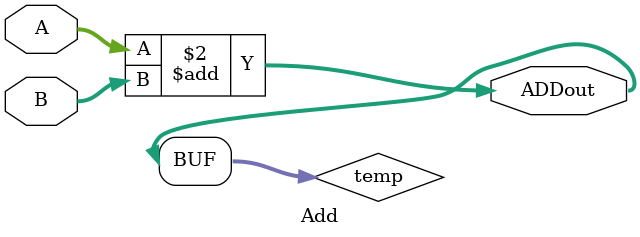
<source format=v>
module Add (A, B, ADDout);
  output reg [31:0]ADDout;
  input [31:0]A;
  input [31:0]B;
  reg[31:0] temp;
  
  always@(A or B) begin
  	temp = A + B;
  	ADDout = temp[31:0];
  end
endmodule

</source>
